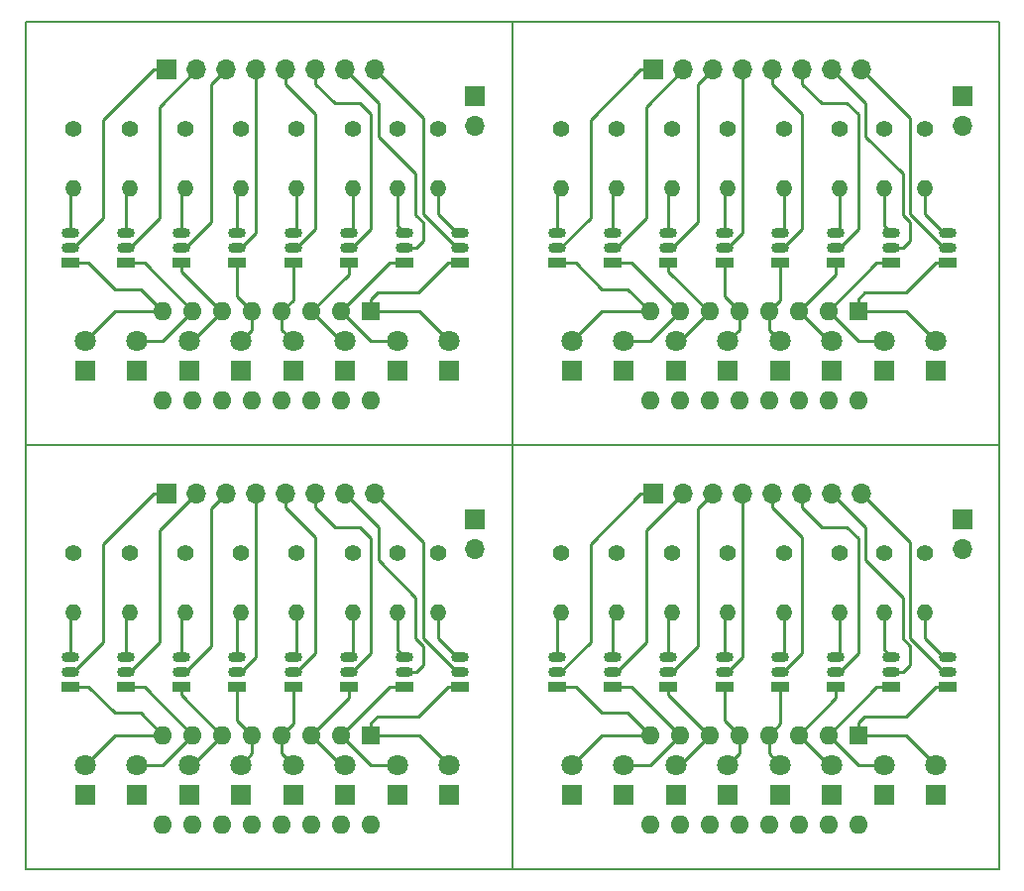
<source format=gbr>
%TF.GenerationSoftware,KiCad,Pcbnew,4.0.7-e2-6376~61~ubuntu18.04.1*%
%TF.CreationDate,2020-07-26T21:14:29+02:00*%
%TF.ProjectId,testio_panel,74657374696F5F70616E656C2E6B6963,rev?*%
%TF.FileFunction,Copper,L1,Top,Signal*%
%FSLAX46Y46*%
G04 Gerber Fmt 4.6, Leading zero omitted, Abs format (unit mm)*
G04 Created by KiCad (PCBNEW 4.0.7-e2-6376~61~ubuntu18.04.1) date Sun Jul 26 21:14:29 2020*
%MOMM*%
%LPD*%
G01*
G04 APERTURE LIST*
%ADD10C,0.150000*%
%ADD11O,1.500000X0.900000*%
%ADD12R,1.500000X0.900000*%
%ADD13R,1.800000X1.800000*%
%ADD14C,1.800000*%
%ADD15R,1.700000X1.700000*%
%ADD16O,1.700000X1.700000*%
%ADD17C,1.400000*%
%ADD18O,1.400000X1.400000*%
%ADD19R,1.600000X1.600000*%
%ADD20O,1.600000X1.600000*%
%ADD21C,0.250000*%
G04 APERTURE END LIST*
D10*
X104727500Y-97425000D02*
X104727500Y-61230000D01*
X104727500Y-61230000D02*
X104727500Y-97425000D01*
X104727500Y-97425000D02*
X63135000Y-97425000D01*
X63135000Y-97425000D02*
X104727500Y-97425000D01*
X104727500Y-97425000D02*
X146320000Y-97425000D01*
X146320000Y-97425000D02*
X104727500Y-97425000D01*
X104727500Y-97425000D02*
X104727500Y-133620000D01*
X104727500Y-133620000D02*
X104727500Y-97425000D01*
X146320000Y-133620000D02*
X146320000Y-97425000D01*
X146320000Y-97425000D02*
X146320000Y-61230000D01*
X104727500Y-133620000D02*
X146320000Y-133620000D01*
X63135000Y-133620000D02*
X104727500Y-133620000D01*
X146320000Y-61230000D02*
X104727500Y-61230000D01*
X63135000Y-97425000D02*
X63135000Y-133620000D01*
X104727500Y-61230000D02*
X63135000Y-61230000D01*
X63135000Y-61230000D02*
X63135000Y-97425000D01*
D11*
X118062500Y-116792500D03*
X118062500Y-115522500D03*
D12*
X118062500Y-118062500D03*
D11*
X76470000Y-116792500D03*
X76470000Y-115522500D03*
D12*
X76470000Y-118062500D03*
D11*
X118062500Y-80597500D03*
X118062500Y-79327500D03*
D12*
X118062500Y-81867500D03*
D11*
X113300000Y-116792500D03*
X113300000Y-115522500D03*
D12*
X113300000Y-118062500D03*
D11*
X71707500Y-116792500D03*
X71707500Y-115522500D03*
D12*
X71707500Y-118062500D03*
D11*
X113300000Y-80597500D03*
X113300000Y-79327500D03*
D12*
X113300000Y-81867500D03*
D13*
X109807500Y-127270000D03*
D14*
X109807500Y-124730000D03*
D13*
X68215000Y-127270000D03*
D14*
X68215000Y-124730000D03*
D13*
X109807500Y-91075000D03*
D14*
X109807500Y-88535000D03*
D11*
X108537500Y-116792500D03*
X108537500Y-115522500D03*
D12*
X108537500Y-118062500D03*
D11*
X66945000Y-116792500D03*
X66945000Y-115522500D03*
D12*
X66945000Y-118062500D03*
D11*
X108537500Y-80597500D03*
X108537500Y-79327500D03*
D12*
X108537500Y-81867500D03*
D11*
X122825000Y-116792500D03*
X122825000Y-115522500D03*
D12*
X122825000Y-118062500D03*
D11*
X81232500Y-116792500D03*
X81232500Y-115522500D03*
D12*
X81232500Y-118062500D03*
D11*
X122825000Y-80597500D03*
X122825000Y-79327500D03*
D12*
X122825000Y-81867500D03*
D13*
X118697500Y-127270000D03*
D14*
X118697500Y-124730000D03*
D13*
X77105000Y-127270000D03*
D14*
X77105000Y-124730000D03*
D13*
X118697500Y-91075000D03*
D14*
X118697500Y-88535000D03*
D13*
X123142500Y-127270000D03*
D14*
X123142500Y-124730000D03*
D13*
X81550000Y-127270000D03*
D14*
X81550000Y-124730000D03*
D13*
X123142500Y-91075000D03*
D14*
X123142500Y-88535000D03*
D13*
X114252500Y-127270000D03*
D14*
X114252500Y-124730000D03*
D13*
X72660000Y-127270000D03*
D14*
X72660000Y-124730000D03*
D13*
X114252500Y-91075000D03*
D14*
X114252500Y-88535000D03*
D15*
X116792500Y-101552500D03*
D16*
X119332500Y-101552500D03*
X121872500Y-101552500D03*
X124412500Y-101552500D03*
X126952500Y-101552500D03*
X129492500Y-101552500D03*
X132032500Y-101552500D03*
X134572500Y-101552500D03*
D15*
X75200000Y-101552500D03*
D16*
X77740000Y-101552500D03*
X80280000Y-101552500D03*
X82820000Y-101552500D03*
X85360000Y-101552500D03*
X87900000Y-101552500D03*
X90440000Y-101552500D03*
X92980000Y-101552500D03*
D15*
X116792500Y-65357500D03*
D16*
X119332500Y-65357500D03*
X121872500Y-65357500D03*
X124412500Y-65357500D03*
X126952500Y-65357500D03*
X129492500Y-65357500D03*
X132032500Y-65357500D03*
X134572500Y-65357500D03*
D17*
X118380000Y-106632500D03*
D18*
X118380000Y-111712500D03*
D17*
X76787500Y-106632500D03*
D18*
X76787500Y-111712500D03*
D17*
X118380000Y-70437500D03*
D18*
X118380000Y-75517500D03*
D17*
X113617500Y-106632500D03*
D18*
X113617500Y-111712500D03*
D17*
X72025000Y-106632500D03*
D18*
X72025000Y-111712500D03*
D17*
X113617500Y-70437500D03*
D18*
X113617500Y-75517500D03*
D17*
X123142500Y-106632500D03*
D18*
X123142500Y-111712500D03*
D17*
X81550000Y-106632500D03*
D18*
X81550000Y-111712500D03*
D17*
X123142500Y-70437500D03*
D18*
X123142500Y-75517500D03*
D17*
X132667500Y-106632500D03*
D18*
X132667500Y-111712500D03*
D17*
X91075000Y-106632500D03*
D18*
X91075000Y-111712500D03*
D17*
X132667500Y-70437500D03*
D18*
X132667500Y-75517500D03*
D17*
X127905000Y-106632500D03*
D18*
X127905000Y-111712500D03*
D17*
X86312500Y-106632500D03*
D18*
X86312500Y-111712500D03*
D17*
X127905000Y-70437500D03*
D18*
X127905000Y-75517500D03*
D17*
X108855000Y-106632500D03*
D18*
X108855000Y-111712500D03*
D17*
X67262500Y-106632500D03*
D18*
X67262500Y-111712500D03*
D17*
X108855000Y-70437500D03*
D18*
X108855000Y-75517500D03*
D19*
X134255000Y-122190000D03*
D20*
X116475000Y-129810000D03*
X131715000Y-122190000D03*
X119015000Y-129810000D03*
X129175000Y-122190000D03*
X121555000Y-129810000D03*
X126635000Y-122190000D03*
X124095000Y-129810000D03*
X124095000Y-122190000D03*
X126635000Y-129810000D03*
X121555000Y-122190000D03*
X129175000Y-129810000D03*
X119015000Y-122190000D03*
X131715000Y-129810000D03*
X116475000Y-122190000D03*
X134255000Y-129810000D03*
D19*
X92662500Y-122190000D03*
D20*
X74882500Y-129810000D03*
X90122500Y-122190000D03*
X77422500Y-129810000D03*
X87582500Y-122190000D03*
X79962500Y-129810000D03*
X85042500Y-122190000D03*
X82502500Y-129810000D03*
X82502500Y-122190000D03*
X85042500Y-129810000D03*
X79962500Y-122190000D03*
X87582500Y-129810000D03*
X77422500Y-122190000D03*
X90122500Y-129810000D03*
X74882500Y-122190000D03*
X92662500Y-129810000D03*
D19*
X134255000Y-85995000D03*
D20*
X116475000Y-93615000D03*
X131715000Y-85995000D03*
X119015000Y-93615000D03*
X129175000Y-85995000D03*
X121555000Y-93615000D03*
X126635000Y-85995000D03*
X124095000Y-93615000D03*
X124095000Y-85995000D03*
X126635000Y-93615000D03*
X121555000Y-85995000D03*
X129175000Y-93615000D03*
X119015000Y-85995000D03*
X131715000Y-93615000D03*
X116475000Y-85995000D03*
X134255000Y-93615000D03*
D13*
X140922500Y-127270000D03*
D14*
X140922500Y-124730000D03*
D13*
X99330000Y-127270000D03*
D14*
X99330000Y-124730000D03*
D13*
X140922500Y-91075000D03*
D14*
X140922500Y-88535000D03*
D13*
X127587500Y-127270000D03*
D14*
X127587500Y-124730000D03*
D13*
X85995000Y-127270000D03*
D14*
X85995000Y-124730000D03*
D13*
X127587500Y-91075000D03*
D14*
X127587500Y-88535000D03*
D13*
X136477500Y-127270000D03*
D14*
X136477500Y-124730000D03*
D13*
X94885000Y-127270000D03*
D14*
X94885000Y-124730000D03*
D13*
X136477500Y-91075000D03*
D14*
X136477500Y-88535000D03*
D13*
X132032500Y-127270000D03*
D14*
X132032500Y-124730000D03*
D13*
X90440000Y-127270000D03*
D14*
X90440000Y-124730000D03*
D13*
X132032500Y-91075000D03*
D14*
X132032500Y-88535000D03*
D15*
X143145000Y-103775000D03*
D16*
X143145000Y-106315000D03*
D15*
X101552500Y-103775000D03*
D16*
X101552500Y-106315000D03*
D15*
X143145000Y-67580000D03*
D16*
X143145000Y-70120000D03*
D11*
X127587500Y-116792500D03*
X127587500Y-115522500D03*
D12*
X127587500Y-118062500D03*
D11*
X85995000Y-116792500D03*
X85995000Y-115522500D03*
D12*
X85995000Y-118062500D03*
D11*
X127587500Y-80597500D03*
X127587500Y-79327500D03*
D12*
X127587500Y-81867500D03*
D17*
X139970000Y-106632500D03*
D18*
X139970000Y-111712500D03*
D17*
X98377500Y-106632500D03*
D18*
X98377500Y-111712500D03*
D17*
X139970000Y-70437500D03*
D18*
X139970000Y-75517500D03*
D17*
X136477500Y-106632500D03*
D18*
X136477500Y-111712500D03*
D17*
X94885000Y-106632500D03*
D18*
X94885000Y-111712500D03*
D17*
X136477500Y-70437500D03*
D18*
X136477500Y-75517500D03*
D11*
X137112500Y-116792500D03*
X137112500Y-115522500D03*
D12*
X137112500Y-118062500D03*
D11*
X95520000Y-116792500D03*
X95520000Y-115522500D03*
D12*
X95520000Y-118062500D03*
D11*
X137112500Y-80597500D03*
X137112500Y-79327500D03*
D12*
X137112500Y-81867500D03*
D11*
X132350000Y-116792500D03*
X132350000Y-115522500D03*
D12*
X132350000Y-118062500D03*
D11*
X90757500Y-116792500D03*
X90757500Y-115522500D03*
D12*
X90757500Y-118062500D03*
D11*
X132350000Y-80597500D03*
X132350000Y-79327500D03*
D12*
X132350000Y-81867500D03*
D11*
X141875000Y-116792500D03*
X141875000Y-115522500D03*
D12*
X141875000Y-118062500D03*
D11*
X100282500Y-116792500D03*
X100282500Y-115522500D03*
D12*
X100282500Y-118062500D03*
D11*
X141875000Y-80597500D03*
X141875000Y-79327500D03*
D12*
X141875000Y-81867500D03*
D13*
X68215000Y-91075000D03*
D14*
X68215000Y-88535000D03*
D13*
X72660000Y-91075000D03*
D14*
X72660000Y-88535000D03*
D13*
X77105000Y-91075000D03*
D14*
X77105000Y-88535000D03*
D13*
X81550000Y-91075000D03*
D14*
X81550000Y-88535000D03*
D13*
X85995000Y-91075000D03*
D14*
X85995000Y-88535000D03*
D13*
X90440000Y-91075000D03*
D14*
X90440000Y-88535000D03*
D13*
X94885000Y-91075000D03*
D14*
X94885000Y-88535000D03*
D13*
X99330000Y-91075000D03*
D14*
X99330000Y-88535000D03*
D15*
X75200000Y-65357500D03*
D16*
X77740000Y-65357500D03*
X80280000Y-65357500D03*
X82820000Y-65357500D03*
X85360000Y-65357500D03*
X87900000Y-65357500D03*
X90440000Y-65357500D03*
X92980000Y-65357500D03*
D15*
X101552500Y-67580000D03*
D16*
X101552500Y-70120000D03*
D11*
X66945000Y-80597500D03*
X66945000Y-79327500D03*
D12*
X66945000Y-81867500D03*
D11*
X71707500Y-80597500D03*
X71707500Y-79327500D03*
D12*
X71707500Y-81867500D03*
D11*
X76470000Y-80597500D03*
X76470000Y-79327500D03*
D12*
X76470000Y-81867500D03*
D11*
X81232500Y-80597500D03*
X81232500Y-79327500D03*
D12*
X81232500Y-81867500D03*
D11*
X85995000Y-80597500D03*
X85995000Y-79327500D03*
D12*
X85995000Y-81867500D03*
D11*
X90757500Y-80597500D03*
X90757500Y-79327500D03*
D12*
X90757500Y-81867500D03*
D11*
X95520000Y-80597500D03*
X95520000Y-79327500D03*
D12*
X95520000Y-81867500D03*
D11*
X100282500Y-80597500D03*
X100282500Y-79327500D03*
D12*
X100282500Y-81867500D03*
D17*
X67262500Y-70437500D03*
D18*
X67262500Y-75517500D03*
D17*
X72025000Y-70437500D03*
D18*
X72025000Y-75517500D03*
D17*
X76787500Y-70437500D03*
D18*
X76787500Y-75517500D03*
D17*
X81550000Y-70437500D03*
D18*
X81550000Y-75517500D03*
D17*
X86312500Y-70437500D03*
D18*
X86312500Y-75517500D03*
D17*
X91075000Y-70437500D03*
D18*
X91075000Y-75517500D03*
D17*
X94885000Y-70437500D03*
D18*
X94885000Y-75517500D03*
D17*
X98377500Y-70437500D03*
D18*
X98377500Y-75517500D03*
D19*
X92662500Y-85995000D03*
D20*
X74882500Y-93615000D03*
X90122500Y-85995000D03*
X77422500Y-93615000D03*
X87582500Y-85995000D03*
X79962500Y-93615000D03*
X85042500Y-85995000D03*
X82502500Y-93615000D03*
X82502500Y-85995000D03*
X85042500Y-93615000D03*
X79962500Y-85995000D03*
X87582500Y-93615000D03*
X77422500Y-85995000D03*
X90122500Y-93615000D03*
X74882500Y-85995000D03*
X92662500Y-93615000D03*
D21*
X108537500Y-118062500D02*
X110125000Y-118062500D01*
X66945000Y-118062500D02*
X68532500Y-118062500D01*
X108537500Y-81867500D02*
X110125000Y-81867500D01*
X112347500Y-122190000D02*
X109807500Y-124730000D01*
X70755000Y-122190000D02*
X68215000Y-124730000D01*
X112347500Y-85995000D02*
X109807500Y-88535000D01*
X112347500Y-120285000D02*
X114570000Y-120285000D01*
X70755000Y-120285000D02*
X72977500Y-120285000D01*
X112347500Y-84090000D02*
X114570000Y-84090000D01*
X114570000Y-120285000D02*
X116475000Y-122190000D01*
X72977500Y-120285000D02*
X74882500Y-122190000D01*
X114570000Y-84090000D02*
X116475000Y-85995000D01*
X110125000Y-118062500D02*
X112347500Y-120285000D01*
X68532500Y-118062500D02*
X70755000Y-120285000D01*
X110125000Y-81867500D02*
X112347500Y-84090000D01*
X116475000Y-122190000D02*
X112347500Y-122190000D01*
X74882500Y-122190000D02*
X70755000Y-122190000D01*
X116475000Y-85995000D02*
X112347500Y-85995000D01*
X74882500Y-85995000D02*
X70755000Y-85995000D01*
X70755000Y-85995000D02*
X68215000Y-88535000D01*
X66945000Y-81867500D02*
X68532500Y-81867500D01*
X68532500Y-81867500D02*
X70755000Y-84090000D01*
X72977500Y-84090000D02*
X74882500Y-85995000D01*
X70755000Y-84090000D02*
X72977500Y-84090000D01*
X113300000Y-118062500D02*
X114887500Y-118062500D01*
X71707500Y-118062500D02*
X73295000Y-118062500D01*
X113300000Y-81867500D02*
X114887500Y-81867500D01*
X114252500Y-124730000D02*
X116475000Y-124730000D01*
X72660000Y-124730000D02*
X74882500Y-124730000D01*
X114252500Y-88535000D02*
X116475000Y-88535000D01*
X116475000Y-124730000D02*
X119015000Y-122190000D01*
X74882500Y-124730000D02*
X77422500Y-122190000D01*
X116475000Y-88535000D02*
X119015000Y-85995000D01*
X114887500Y-118062500D02*
X119015000Y-122190000D01*
X73295000Y-118062500D02*
X77422500Y-122190000D01*
X114887500Y-81867500D02*
X119015000Y-85995000D01*
X72660000Y-88535000D02*
X74882500Y-88535000D01*
X74882500Y-88535000D02*
X77422500Y-85995000D01*
X71707500Y-81867500D02*
X73295000Y-81867500D01*
X73295000Y-81867500D02*
X77422500Y-85995000D01*
X121555000Y-122190000D02*
X119015000Y-124730000D01*
X79962500Y-122190000D02*
X77422500Y-124730000D01*
X121555000Y-85995000D02*
X119015000Y-88535000D01*
X121490000Y-122190000D02*
X121555000Y-122190000D01*
X79897500Y-122190000D02*
X79962500Y-122190000D01*
X121490000Y-85995000D02*
X121555000Y-85995000D01*
X118062500Y-118062500D02*
X118062500Y-118762500D01*
X76470000Y-118062500D02*
X76470000Y-118762500D01*
X118062500Y-81867500D02*
X118062500Y-82567500D01*
X119015000Y-124730000D02*
X118697500Y-124730000D01*
X77422500Y-124730000D02*
X77105000Y-124730000D01*
X119015000Y-88535000D02*
X118697500Y-88535000D01*
X118062500Y-118762500D02*
X121490000Y-122190000D01*
X76470000Y-118762500D02*
X79897500Y-122190000D01*
X118062500Y-82567500D02*
X121490000Y-85995000D01*
X79962500Y-85995000D02*
X77422500Y-88535000D01*
X77422500Y-88535000D02*
X77105000Y-88535000D01*
X76470000Y-81867500D02*
X76470000Y-82567500D01*
X76470000Y-82567500D02*
X79897500Y-85995000D01*
X79897500Y-85995000D02*
X79962500Y-85995000D01*
X124095000Y-123777500D02*
X123142500Y-124730000D01*
X82502500Y-123777500D02*
X81550000Y-124730000D01*
X124095000Y-87582500D02*
X123142500Y-88535000D01*
X124095000Y-122190000D02*
X124095000Y-123777500D01*
X82502500Y-122190000D02*
X82502500Y-123777500D01*
X124095000Y-85995000D02*
X124095000Y-87582500D01*
X122825000Y-120920000D02*
X124095000Y-122190000D01*
X81232500Y-120920000D02*
X82502500Y-122190000D01*
X122825000Y-84725000D02*
X124095000Y-85995000D01*
X122825000Y-118062500D02*
X122825000Y-120920000D01*
X81232500Y-118062500D02*
X81232500Y-120920000D01*
X122825000Y-81867500D02*
X122825000Y-84725000D01*
X82502500Y-85995000D02*
X82502500Y-87582500D01*
X82502500Y-87582500D02*
X81550000Y-88535000D01*
X81232500Y-81867500D02*
X81232500Y-84725000D01*
X81232500Y-84725000D02*
X82502500Y-85995000D01*
X127587500Y-121237500D02*
X126635000Y-122190000D01*
X85995000Y-121237500D02*
X85042500Y-122190000D01*
X127587500Y-85042500D02*
X126635000Y-85995000D01*
X126635000Y-122190000D02*
X126635000Y-123777500D01*
X85042500Y-122190000D02*
X85042500Y-123777500D01*
X126635000Y-85995000D02*
X126635000Y-87582500D01*
X126635000Y-123777500D02*
X127587500Y-124730000D01*
X85042500Y-123777500D02*
X85995000Y-124730000D01*
X126635000Y-87582500D02*
X127587500Y-88535000D01*
X127587500Y-118062500D02*
X127587500Y-121237500D01*
X85995000Y-118062500D02*
X85995000Y-121237500D01*
X127587500Y-81867500D02*
X127587500Y-85042500D01*
X85042500Y-85995000D02*
X85042500Y-87582500D01*
X85042500Y-87582500D02*
X85995000Y-88535000D01*
X85995000Y-81867500D02*
X85995000Y-85042500D01*
X85995000Y-85042500D02*
X85042500Y-85995000D01*
X129175000Y-122190000D02*
X131715000Y-124730000D01*
X87582500Y-122190000D02*
X90122500Y-124730000D01*
X129175000Y-85995000D02*
X131715000Y-88535000D01*
X131715000Y-124730000D02*
X132032500Y-124730000D01*
X90122500Y-124730000D02*
X90440000Y-124730000D01*
X131715000Y-88535000D02*
X132032500Y-88535000D01*
X132350000Y-119015000D02*
X132350000Y-118062500D01*
X90757500Y-119015000D02*
X90757500Y-118062500D01*
X132350000Y-82820000D02*
X132350000Y-81867500D01*
X129175000Y-122190000D02*
X132350000Y-119015000D01*
X87582500Y-122190000D02*
X90757500Y-119015000D01*
X129175000Y-85995000D02*
X132350000Y-82820000D01*
X87582500Y-85995000D02*
X90122500Y-88535000D01*
X90122500Y-88535000D02*
X90440000Y-88535000D01*
X87582500Y-85995000D02*
X90757500Y-82820000D01*
X90757500Y-82820000D02*
X90757500Y-81867500D01*
X131715000Y-122190000D02*
X134255000Y-124730000D01*
X90122500Y-122190000D02*
X92662500Y-124730000D01*
X131715000Y-85995000D02*
X134255000Y-88535000D01*
X134255000Y-124730000D02*
X136477500Y-124730000D01*
X92662500Y-124730000D02*
X94885000Y-124730000D01*
X134255000Y-88535000D02*
X136477500Y-88535000D01*
X135842500Y-118062500D02*
X137112500Y-118062500D01*
X94250000Y-118062500D02*
X95520000Y-118062500D01*
X135842500Y-81867500D02*
X137112500Y-81867500D01*
X131715000Y-122190000D02*
X135842500Y-118062500D01*
X90122500Y-122190000D02*
X94250000Y-118062500D01*
X131715000Y-85995000D02*
X135842500Y-81867500D01*
X90122500Y-85995000D02*
X92662500Y-88535000D01*
X92662500Y-88535000D02*
X94885000Y-88535000D01*
X90122500Y-85995000D02*
X94250000Y-81867500D01*
X94250000Y-81867500D02*
X95520000Y-81867500D01*
X140875000Y-118062500D02*
X141875000Y-118062500D01*
X99282500Y-118062500D02*
X100282500Y-118062500D01*
X140875000Y-81867500D02*
X141875000Y-81867500D01*
X134255000Y-122190000D02*
X134255000Y-121140000D01*
X92662500Y-122190000D02*
X92662500Y-121140000D01*
X134255000Y-85995000D02*
X134255000Y-84945000D01*
X134255000Y-122190000D02*
X138382500Y-122190000D01*
X92662500Y-122190000D02*
X96790000Y-122190000D01*
X134255000Y-85995000D02*
X138382500Y-85995000D01*
X138382500Y-122190000D02*
X140922500Y-124730000D01*
X96790000Y-122190000D02*
X99330000Y-124730000D01*
X138382500Y-85995000D02*
X140922500Y-88535000D01*
X138335000Y-120602500D02*
X140875000Y-118062500D01*
X96742500Y-120602500D02*
X99282500Y-118062500D01*
X138335000Y-84407500D02*
X140875000Y-81867500D01*
X134792500Y-120602500D02*
X138335000Y-120602500D01*
X93200000Y-120602500D02*
X96742500Y-120602500D01*
X134792500Y-84407500D02*
X138335000Y-84407500D01*
X134255000Y-121140000D02*
X134792500Y-120602500D01*
X92662500Y-121140000D02*
X93200000Y-120602500D01*
X134255000Y-84945000D02*
X134792500Y-84407500D01*
X93200000Y-84407500D02*
X96742500Y-84407500D01*
X96742500Y-84407500D02*
X99282500Y-81867500D01*
X99282500Y-81867500D02*
X100282500Y-81867500D01*
X92662500Y-85995000D02*
X92662500Y-84945000D01*
X92662500Y-84945000D02*
X93200000Y-84407500D01*
X92662500Y-85995000D02*
X96790000Y-85995000D01*
X96790000Y-85995000D02*
X99330000Y-88535000D01*
X108837500Y-116792500D02*
X108537500Y-116792500D01*
X67245000Y-116792500D02*
X66945000Y-116792500D01*
X108837500Y-80597500D02*
X108537500Y-80597500D01*
X111395000Y-114235000D02*
X108837500Y-116792500D01*
X69802500Y-114235000D02*
X67245000Y-116792500D01*
X111395000Y-78040000D02*
X108837500Y-80597500D01*
X115692500Y-101552500D02*
X111395000Y-105850000D01*
X74100000Y-101552500D02*
X69802500Y-105850000D01*
X115692500Y-65357500D02*
X111395000Y-69655000D01*
X116792500Y-101552500D02*
X115692500Y-101552500D01*
X75200000Y-101552500D02*
X74100000Y-101552500D01*
X116792500Y-65357500D02*
X115692500Y-65357500D01*
X111395000Y-105850000D02*
X111395000Y-114235000D01*
X69802500Y-105850000D02*
X69802500Y-114235000D01*
X111395000Y-69655000D02*
X111395000Y-78040000D01*
X69802500Y-69655000D02*
X69802500Y-78040000D01*
X69802500Y-78040000D02*
X67245000Y-80597500D01*
X67245000Y-80597500D02*
X66945000Y-80597500D01*
X75200000Y-65357500D02*
X74100000Y-65357500D01*
X74100000Y-65357500D02*
X69802500Y-69655000D01*
X113617500Y-116792500D02*
X116157500Y-114252500D01*
X72025000Y-116792500D02*
X74565000Y-114252500D01*
X113617500Y-80597500D02*
X116157500Y-78057500D01*
X113300000Y-116792500D02*
X113617500Y-116792500D01*
X71707500Y-116792500D02*
X72025000Y-116792500D01*
X113300000Y-80597500D02*
X113617500Y-80597500D01*
X116157500Y-104727500D02*
X119332500Y-101552500D01*
X74565000Y-104727500D02*
X77740000Y-101552500D01*
X116157500Y-68532500D02*
X119332500Y-65357500D01*
X116157500Y-114252500D02*
X116157500Y-104727500D01*
X74565000Y-114252500D02*
X74565000Y-104727500D01*
X116157500Y-78057500D02*
X116157500Y-68532500D01*
X71707500Y-80597500D02*
X72025000Y-80597500D01*
X74565000Y-68532500D02*
X77740000Y-65357500D01*
X72025000Y-80597500D02*
X74565000Y-78057500D01*
X74565000Y-78057500D02*
X74565000Y-68532500D01*
X118062500Y-116792500D02*
X118380000Y-116792500D01*
X76470000Y-116792500D02*
X76787500Y-116792500D01*
X118062500Y-80597500D02*
X118380000Y-80597500D01*
X118380000Y-116792500D02*
X120602500Y-114570000D01*
X76787500Y-116792500D02*
X79010000Y-114570000D01*
X118380000Y-80597500D02*
X120602500Y-78375000D01*
X120602500Y-114570000D02*
X120602500Y-102822500D01*
X79010000Y-114570000D02*
X79010000Y-102822500D01*
X120602500Y-78375000D02*
X120602500Y-66627500D01*
X120602500Y-102822500D02*
X121872500Y-101552500D01*
X79010000Y-102822500D02*
X80280000Y-101552500D01*
X120602500Y-66627500D02*
X121872500Y-65357500D01*
X79010000Y-78375000D02*
X79010000Y-66627500D01*
X79010000Y-66627500D02*
X80280000Y-65357500D01*
X76787500Y-80597500D02*
X79010000Y-78375000D01*
X76470000Y-80597500D02*
X76787500Y-80597500D01*
X124412500Y-115505000D02*
X124412500Y-101552500D01*
X82820000Y-115505000D02*
X82820000Y-101552500D01*
X124412500Y-79310000D02*
X124412500Y-65357500D01*
X122825000Y-116792500D02*
X123125000Y-116792500D01*
X81232500Y-116792500D02*
X81532500Y-116792500D01*
X122825000Y-80597500D02*
X123125000Y-80597500D01*
X123125000Y-116792500D02*
X124412500Y-115505000D01*
X81532500Y-116792500D02*
X82820000Y-115505000D01*
X123125000Y-80597500D02*
X124412500Y-79310000D01*
X82820000Y-79310000D02*
X82820000Y-65357500D01*
X81232500Y-80597500D02*
X81532500Y-80597500D01*
X81532500Y-80597500D02*
X82820000Y-79310000D01*
X126952500Y-102754581D02*
X129492500Y-105294581D01*
X85360000Y-102754581D02*
X87900000Y-105294581D01*
X126952500Y-66559581D02*
X129492500Y-69099581D01*
X129492500Y-105294581D02*
X129492500Y-115187500D01*
X87900000Y-105294581D02*
X87900000Y-115187500D01*
X129492500Y-69099581D02*
X129492500Y-78992500D01*
X126952500Y-101552500D02*
X126952500Y-102754581D01*
X85360000Y-101552500D02*
X85360000Y-102754581D01*
X126952500Y-65357500D02*
X126952500Y-66559581D01*
X127887500Y-116792500D02*
X127587500Y-116792500D01*
X86295000Y-116792500D02*
X85995000Y-116792500D01*
X127887500Y-80597500D02*
X127587500Y-80597500D01*
X129492500Y-115187500D02*
X127887500Y-116792500D01*
X87900000Y-115187500D02*
X86295000Y-116792500D01*
X129492500Y-78992500D02*
X127887500Y-80597500D01*
X85360000Y-65357500D02*
X85360000Y-66559581D01*
X87900000Y-69099581D02*
X87900000Y-78992500D01*
X87900000Y-78992500D02*
X86295000Y-80597500D01*
X85360000Y-66559581D02*
X87900000Y-69099581D01*
X86295000Y-80597500D02*
X85995000Y-80597500D01*
X131147919Y-104410000D02*
X133302500Y-104410000D01*
X89555419Y-104410000D02*
X91710000Y-104410000D01*
X131147919Y-68215000D02*
X133302500Y-68215000D01*
X133302500Y-104410000D02*
X134255000Y-105362500D01*
X91710000Y-104410000D02*
X92662500Y-105362500D01*
X133302500Y-68215000D02*
X134255000Y-69167500D01*
X129492500Y-101552500D02*
X129492500Y-102754581D01*
X87900000Y-101552500D02*
X87900000Y-102754581D01*
X129492500Y-65357500D02*
X129492500Y-66559581D01*
X129492500Y-102754581D02*
X131147919Y-104410000D01*
X87900000Y-102754581D02*
X89555419Y-104410000D01*
X129492500Y-66559581D02*
X131147919Y-68215000D01*
X134255000Y-105362500D02*
X134255000Y-115187500D01*
X92662500Y-105362500D02*
X92662500Y-115187500D01*
X134255000Y-69167500D02*
X134255000Y-78992500D01*
X134255000Y-115187500D02*
X132650000Y-116792500D01*
X92662500Y-115187500D02*
X91057500Y-116792500D01*
X134255000Y-78992500D02*
X132650000Y-80597500D01*
X132650000Y-116792500D02*
X132350000Y-116792500D01*
X91057500Y-116792500D02*
X90757500Y-116792500D01*
X132650000Y-80597500D02*
X132350000Y-80597500D01*
X92662500Y-69167500D02*
X92662500Y-78992500D01*
X92662500Y-78992500D02*
X91057500Y-80597500D01*
X91057500Y-80597500D02*
X90757500Y-80597500D01*
X91710000Y-68215000D02*
X92662500Y-69167500D01*
X89555419Y-68215000D02*
X91710000Y-68215000D01*
X87900000Y-65357500D02*
X87900000Y-66559581D01*
X87900000Y-66559581D02*
X89555419Y-68215000D01*
X134890000Y-104410000D02*
X132032500Y-101552500D01*
X93297500Y-104410000D02*
X90440000Y-101552500D01*
X134890000Y-68215000D02*
X132032500Y-65357500D01*
X134890000Y-107267500D02*
X134890000Y-104410000D01*
X93297500Y-107267500D02*
X93297500Y-104410000D01*
X134890000Y-71072500D02*
X134890000Y-68215000D01*
X138065000Y-113935000D02*
X138065000Y-110442500D01*
X96472500Y-113935000D02*
X96472500Y-110442500D01*
X138065000Y-77740000D02*
X138065000Y-74247500D01*
X138065000Y-110442500D02*
X134890000Y-107267500D01*
X96472500Y-110442500D02*
X93297500Y-107267500D01*
X138065000Y-74247500D02*
X134890000Y-71072500D01*
X138700000Y-116205000D02*
X138700000Y-114570000D01*
X97107500Y-116205000D02*
X97107500Y-114570000D01*
X138700000Y-80010000D02*
X138700000Y-78375000D01*
X138700000Y-114570000D02*
X138065000Y-113935000D01*
X97107500Y-114570000D02*
X96472500Y-113935000D01*
X138700000Y-78375000D02*
X138065000Y-77740000D01*
X137112500Y-116792500D02*
X138112500Y-116792500D01*
X95520000Y-116792500D02*
X96520000Y-116792500D01*
X137112500Y-80597500D02*
X138112500Y-80597500D01*
X137412500Y-116792500D02*
X137112500Y-116792500D01*
X95820000Y-116792500D02*
X95520000Y-116792500D01*
X137412500Y-80597500D02*
X137112500Y-80597500D01*
X138112500Y-116792500D02*
X138700000Y-116205000D01*
X96520000Y-116792500D02*
X97107500Y-116205000D01*
X138112500Y-80597500D02*
X138700000Y-80010000D01*
X93297500Y-71072500D02*
X93297500Y-68215000D01*
X93297500Y-68215000D02*
X90440000Y-65357500D01*
X96472500Y-74247500D02*
X93297500Y-71072500D01*
X96472500Y-77740000D02*
X96472500Y-74247500D01*
X97107500Y-78375000D02*
X96472500Y-77740000D01*
X97107500Y-80010000D02*
X97107500Y-78375000D01*
X95520000Y-80597500D02*
X96520000Y-80597500D01*
X96520000Y-80597500D02*
X97107500Y-80010000D01*
X95820000Y-80597500D02*
X95520000Y-80597500D01*
X138700000Y-105680000D02*
X134572500Y-101552500D01*
X97107500Y-105680000D02*
X92980000Y-101552500D01*
X138700000Y-69485000D02*
X134572500Y-65357500D01*
X138700000Y-113917500D02*
X138700000Y-105680000D01*
X97107500Y-113917500D02*
X97107500Y-105680000D01*
X138700000Y-77722500D02*
X138700000Y-69485000D01*
X141875000Y-116792500D02*
X141575000Y-116792500D01*
X100282500Y-116792500D02*
X99982500Y-116792500D01*
X141875000Y-80597500D02*
X141575000Y-80597500D01*
X142175000Y-116792500D02*
X141875000Y-116792500D01*
X100582500Y-116792500D02*
X100282500Y-116792500D01*
X142175000Y-80597500D02*
X141875000Y-80597500D01*
X141575000Y-116792500D02*
X138700000Y-113917500D01*
X99982500Y-116792500D02*
X97107500Y-113917500D01*
X141575000Y-80597500D02*
X138700000Y-77722500D01*
X100282500Y-80597500D02*
X99982500Y-80597500D01*
X99982500Y-80597500D02*
X97107500Y-77722500D01*
X97107500Y-77722500D02*
X97107500Y-69485000D01*
X97107500Y-69485000D02*
X92980000Y-65357500D01*
X100582500Y-80597500D02*
X100282500Y-80597500D01*
X108537500Y-112030000D02*
X108855000Y-111712500D01*
X66945000Y-112030000D02*
X67262500Y-111712500D01*
X108537500Y-75835000D02*
X108855000Y-75517500D01*
X108537500Y-115522500D02*
X108537500Y-112030000D01*
X66945000Y-115522500D02*
X66945000Y-112030000D01*
X108537500Y-79327500D02*
X108537500Y-75835000D01*
X66945000Y-79327500D02*
X66945000Y-75835000D01*
X66945000Y-75835000D02*
X67262500Y-75517500D01*
X113300000Y-112030000D02*
X113617500Y-111712500D01*
X71707500Y-112030000D02*
X72025000Y-111712500D01*
X113300000Y-75835000D02*
X113617500Y-75517500D01*
X113300000Y-115522500D02*
X113300000Y-112030000D01*
X71707500Y-115522500D02*
X71707500Y-112030000D01*
X113300000Y-79327500D02*
X113300000Y-75835000D01*
X71707500Y-79327500D02*
X71707500Y-75835000D01*
X71707500Y-75835000D02*
X72025000Y-75517500D01*
X118062500Y-112030000D02*
X118380000Y-111712500D01*
X76470000Y-112030000D02*
X76787500Y-111712500D01*
X118062500Y-75835000D02*
X118380000Y-75517500D01*
X118062500Y-115522500D02*
X118062500Y-112030000D01*
X76470000Y-115522500D02*
X76470000Y-112030000D01*
X118062500Y-79327500D02*
X118062500Y-75835000D01*
X76470000Y-79327500D02*
X76470000Y-75835000D01*
X76470000Y-75835000D02*
X76787500Y-75517500D01*
X122825000Y-112030000D02*
X123142500Y-111712500D01*
X81232500Y-112030000D02*
X81550000Y-111712500D01*
X122825000Y-75835000D02*
X123142500Y-75517500D01*
X122825000Y-115522500D02*
X122825000Y-112030000D01*
X81232500Y-115522500D02*
X81232500Y-112030000D01*
X122825000Y-79327500D02*
X122825000Y-75835000D01*
X81232500Y-79327500D02*
X81232500Y-75835000D01*
X81232500Y-75835000D02*
X81550000Y-75517500D01*
X127905000Y-111712500D02*
X127905000Y-115205000D01*
X86312500Y-111712500D02*
X86312500Y-115205000D01*
X127905000Y-75517500D02*
X127905000Y-79010000D01*
X127905000Y-115205000D02*
X127587500Y-115522500D01*
X86312500Y-115205000D02*
X85995000Y-115522500D01*
X127905000Y-79010000D02*
X127587500Y-79327500D01*
X86312500Y-75517500D02*
X86312500Y-79010000D01*
X86312500Y-79010000D02*
X85995000Y-79327500D01*
X132667500Y-111712500D02*
X132667500Y-115205000D01*
X91075000Y-111712500D02*
X91075000Y-115205000D01*
X132667500Y-75517500D02*
X132667500Y-79010000D01*
X132667500Y-115205000D02*
X132350000Y-115522500D01*
X91075000Y-115205000D02*
X90757500Y-115522500D01*
X132667500Y-79010000D02*
X132350000Y-79327500D01*
X91075000Y-75517500D02*
X91075000Y-79010000D01*
X91075000Y-79010000D02*
X90757500Y-79327500D01*
X136477500Y-111712500D02*
X136477500Y-114887500D01*
X94885000Y-111712500D02*
X94885000Y-114887500D01*
X136477500Y-75517500D02*
X136477500Y-78692500D01*
X136477500Y-114887500D02*
X137112500Y-115522500D01*
X94885000Y-114887500D02*
X95520000Y-115522500D01*
X136477500Y-78692500D02*
X137112500Y-79327500D01*
X94885000Y-75517500D02*
X94885000Y-78692500D01*
X94885000Y-78692500D02*
X95520000Y-79327500D01*
X139970000Y-111712500D02*
X139970000Y-113917500D01*
X98377500Y-111712500D02*
X98377500Y-113917500D01*
X139970000Y-75517500D02*
X139970000Y-77722500D01*
X141575000Y-115522500D02*
X141875000Y-115522500D01*
X99982500Y-115522500D02*
X100282500Y-115522500D01*
X141575000Y-79327500D02*
X141875000Y-79327500D01*
X139970000Y-113917500D02*
X141575000Y-115522500D01*
X98377500Y-113917500D02*
X99982500Y-115522500D01*
X139970000Y-77722500D02*
X141575000Y-79327500D01*
X98377500Y-75517500D02*
X98377500Y-77722500D01*
X98377500Y-77722500D02*
X99982500Y-79327500D01*
X99982500Y-79327500D02*
X100282500Y-79327500D01*
M02*

</source>
